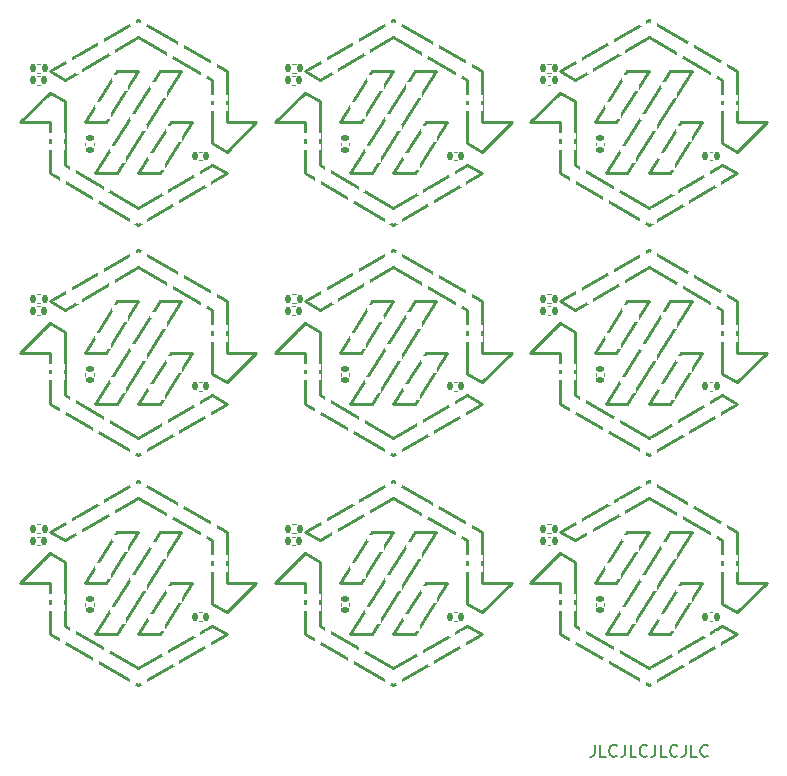
<source format=gbr>
%TF.GenerationSoftware,KiCad,Pcbnew,8.0.4*%
%TF.CreationDate,2024-10-17T14:22:23+11:00*%
%TF.ProjectId,panel,70616e65-6c2e-46b6-9963-61645f706362,rev?*%
%TF.SameCoordinates,Original*%
%TF.FileFunction,Legend,Top*%
%TF.FilePolarity,Positive*%
%FSLAX46Y46*%
G04 Gerber Fmt 4.6, Leading zero omitted, Abs format (unit mm)*
G04 Created by KiCad (PCBNEW 8.0.4) date 2024-10-17 14:22:23*
%MOMM*%
%LPD*%
G01*
G04 APERTURE LIST*
G04 Aperture macros list*
%AMRoundRect*
0 Rectangle with rounded corners*
0 $1 Rounding radius*
0 $2 $3 $4 $5 $6 $7 $8 $9 X,Y pos of 4 corners*
0 Add a 4 corners polygon primitive as box body*
4,1,4,$2,$3,$4,$5,$6,$7,$8,$9,$2,$3,0*
0 Add four circle primitives for the rounded corners*
1,1,$1+$1,$2,$3*
1,1,$1+$1,$4,$5*
1,1,$1+$1,$6,$7*
1,1,$1+$1,$8,$9*
0 Add four rect primitives between the rounded corners*
20,1,$1+$1,$2,$3,$4,$5,0*
20,1,$1+$1,$4,$5,$6,$7,0*
20,1,$1+$1,$6,$7,$8,$9,0*
20,1,$1+$1,$8,$9,$2,$3,0*%
G04 Aperture macros list end*
%ADD10C,0.250000*%
%ADD11C,0.150000*%
%ADD12C,0.120000*%
%ADD13R,0.500000X0.500000*%
%ADD14RoundRect,0.135000X0.135000X0.185000X-0.135000X0.185000X-0.135000X-0.185000X0.135000X-0.185000X0*%
%ADD15RoundRect,0.140000X0.170000X-0.140000X0.170000X0.140000X-0.170000X0.140000X-0.170000X-0.140000X0*%
%ADD16RoundRect,0.140000X-0.140000X-0.170000X0.140000X-0.170000X0.140000X0.170000X-0.140000X0.170000X0*%
%ADD17C,1.152000*%
%ADD18C,2.000000*%
G04 APERTURE END LIST*
D10*
X63727273Y-36250000D02*
X61000000Y-40580127D01*
X68500000Y-31919873D02*
X68500000Y-36250000D01*
X45650000Y-20358439D02*
X46900000Y-21080127D01*
X59181818Y-40580127D02*
X57363636Y-40580127D01*
X61000000Y-12419873D02*
X59181818Y-12419873D01*
X37581818Y-31919873D02*
X34854545Y-36250000D01*
X68500000Y-55750000D02*
X71000000Y-55750000D01*
X61000000Y-9533122D02*
X54750000Y-13141561D01*
X61000000Y-47089746D02*
X68500000Y-51419873D01*
X46900000Y-60080127D02*
X39400000Y-64410254D01*
X59181818Y-31919873D02*
X56454545Y-36250000D01*
X61000000Y-8089746D02*
X68500000Y-12419873D01*
X43036364Y-31919873D02*
X37581818Y-40580127D01*
X21436364Y-51419873D02*
X15981818Y-60080127D01*
X25300000Y-16750000D02*
X27800000Y-16750000D01*
X51000000Y-16750000D02*
X53500000Y-14250000D01*
X53500000Y-12419873D02*
X61000000Y-8089746D01*
X25300000Y-38750000D02*
X24050000Y-38028312D01*
X25300000Y-12419873D02*
X25300000Y-16750000D01*
X25300000Y-55750000D02*
X27800000Y-55750000D01*
X45650000Y-57528312D02*
X45650000Y-52141561D01*
X7800000Y-36250000D02*
X10300000Y-33750000D01*
X17800000Y-51419873D02*
X15981818Y-51419873D01*
X42127273Y-36250000D02*
X39400000Y-40580127D01*
X31900000Y-31919873D02*
X39400000Y-27589746D01*
X17800000Y-43466878D02*
X24050000Y-39858439D01*
X56454545Y-36250000D02*
X58272727Y-36250000D01*
X61000000Y-31919873D02*
X59181818Y-31919873D01*
X64636364Y-12419873D02*
X59181818Y-21080127D01*
X68500000Y-51419873D02*
X68500000Y-55750000D01*
X61000000Y-43466878D02*
X67250000Y-39858439D01*
X7800000Y-16750000D02*
X10300000Y-14250000D01*
X33150000Y-20358439D02*
X39400000Y-23966878D01*
X19618182Y-21080127D02*
X22345455Y-16750000D01*
X68500000Y-12419873D02*
X68500000Y-16750000D01*
X39400000Y-40580127D02*
X41218182Y-40580127D01*
X20527273Y-16750000D02*
X17800000Y-21080127D01*
X17800000Y-12419873D02*
X15981818Y-12419873D01*
X49400000Y-16750000D02*
X46900000Y-19250000D01*
X29400000Y-36250000D02*
X31900000Y-33750000D01*
X62818182Y-31919873D02*
X64636364Y-31919873D01*
X10300000Y-16750000D02*
X7800000Y-16750000D01*
X57363636Y-21080127D02*
X62818182Y-12419873D01*
X24050000Y-39858439D02*
X25300000Y-40580127D01*
X54750000Y-20358439D02*
X61000000Y-23966878D01*
X39400000Y-43466878D02*
X45650000Y-39858439D01*
X17800000Y-48533122D02*
X11550000Y-52141561D01*
X41218182Y-51419873D02*
X43036364Y-51419873D01*
X22345455Y-16750000D02*
X20527273Y-16750000D01*
X53500000Y-33750000D02*
X54750000Y-34471688D01*
X24050000Y-20358439D02*
X25300000Y-21080127D01*
X39400000Y-62966878D02*
X45650000Y-59358439D01*
X11550000Y-13141561D02*
X10300000Y-12419873D01*
X31900000Y-21080127D02*
X31900000Y-16750000D01*
X36672727Y-16750000D02*
X39400000Y-12419873D01*
X31900000Y-12419873D02*
X39400000Y-8089746D01*
X35763636Y-21080127D02*
X41218182Y-12419873D01*
X39400000Y-25410254D02*
X31900000Y-21080127D01*
X61000000Y-29033122D02*
X54750000Y-32641561D01*
X59181818Y-21080127D02*
X57363636Y-21080127D01*
X63727273Y-16750000D02*
X61000000Y-21080127D01*
X34854545Y-55750000D02*
X36672727Y-55750000D01*
X11550000Y-39858439D02*
X17800000Y-43466878D01*
X54750000Y-53971688D02*
X54750000Y-59358439D01*
X43945455Y-36250000D02*
X42127273Y-36250000D01*
X46900000Y-12419873D02*
X46900000Y-16750000D01*
X41218182Y-31919873D02*
X43036364Y-31919873D01*
X54750000Y-52141561D02*
X53500000Y-51419873D01*
X67250000Y-20358439D02*
X68500000Y-21080127D01*
X25300000Y-19250000D02*
X24050000Y-18528312D01*
X68500000Y-21080127D02*
X61000000Y-25410254D01*
X37581818Y-21080127D02*
X35763636Y-21080127D01*
X31900000Y-51419873D02*
X39400000Y-47089746D01*
X33150000Y-34471688D02*
X33150000Y-39858439D01*
X10300000Y-40580127D02*
X10300000Y-36250000D01*
X24050000Y-38028312D02*
X24050000Y-32641561D01*
X68500000Y-60080127D02*
X61000000Y-64410254D01*
X20527273Y-55750000D02*
X17800000Y-60080127D01*
X15981818Y-21080127D02*
X14163636Y-21080127D01*
X29400000Y-16750000D02*
X31900000Y-14250000D01*
X71000000Y-16750000D02*
X68500000Y-19250000D01*
X37581818Y-12419873D02*
X34854545Y-16750000D01*
X53500000Y-31919873D02*
X61000000Y-27589746D01*
X61000000Y-51419873D02*
X59181818Y-51419873D01*
X46900000Y-16750000D02*
X49400000Y-16750000D01*
X39400000Y-23966878D02*
X45650000Y-20358439D01*
X17800000Y-31919873D02*
X15981818Y-31919873D01*
X67250000Y-13141561D02*
X61000000Y-9533122D01*
X33150000Y-32641561D02*
X31900000Y-31919873D01*
X33150000Y-14971688D02*
X33150000Y-20358439D01*
X39400000Y-51419873D02*
X37581818Y-51419873D01*
X17800000Y-62966878D02*
X24050000Y-59358439D01*
X61000000Y-64410254D02*
X53500000Y-60080127D01*
X10300000Y-14250000D02*
X11550000Y-14971688D01*
X67250000Y-52141561D02*
X61000000Y-48533122D01*
X19618182Y-51419873D02*
X21436364Y-51419873D01*
X39400000Y-44910254D02*
X31900000Y-40580127D01*
X10300000Y-55750000D02*
X7800000Y-55750000D01*
X37581818Y-60080127D02*
X35763636Y-60080127D01*
X53500000Y-36250000D02*
X51000000Y-36250000D01*
X27800000Y-36250000D02*
X25300000Y-38750000D01*
X39400000Y-47089746D02*
X46900000Y-51419873D01*
X31900000Y-40580127D02*
X31900000Y-36250000D01*
X68500000Y-19250000D02*
X67250000Y-18528312D01*
X14163636Y-60080127D02*
X19618182Y-51419873D01*
X17800000Y-64410254D02*
X10300000Y-60080127D01*
X24050000Y-52141561D02*
X17800000Y-48533122D01*
X42127273Y-16750000D02*
X39400000Y-21080127D01*
X67250000Y-38028312D02*
X67250000Y-32641561D01*
X11550000Y-14971688D02*
X11550000Y-20358439D01*
X31900000Y-53250000D02*
X33150000Y-53971688D01*
X68500000Y-40580127D02*
X61000000Y-44910254D01*
X21436364Y-12419873D02*
X15981818Y-21080127D01*
X34854545Y-16750000D02*
X36672727Y-16750000D01*
X31900000Y-14250000D02*
X33150000Y-14971688D01*
X10300000Y-21080127D02*
X10300000Y-16750000D01*
X39400000Y-29033122D02*
X33150000Y-32641561D01*
X59181818Y-51419873D02*
X56454545Y-55750000D01*
X33150000Y-13141561D02*
X31900000Y-12419873D01*
X31900000Y-33750000D02*
X33150000Y-34471688D01*
X54750000Y-59358439D02*
X61000000Y-62966878D01*
X68500000Y-38750000D02*
X67250000Y-38028312D01*
X15981818Y-51419873D02*
X13254545Y-55750000D01*
X71000000Y-55750000D02*
X68500000Y-58250000D01*
X37581818Y-51419873D02*
X34854545Y-55750000D01*
X15072727Y-16750000D02*
X17800000Y-12419873D01*
X17800000Y-40580127D02*
X19618182Y-40580127D01*
X61000000Y-25410254D02*
X53500000Y-21080127D01*
X67250000Y-18528312D02*
X67250000Y-13141561D01*
X19618182Y-12419873D02*
X21436364Y-12419873D01*
X65545455Y-16750000D02*
X63727273Y-16750000D01*
X13254545Y-16750000D02*
X15072727Y-16750000D01*
X57363636Y-40580127D02*
X62818182Y-31919873D01*
X15981818Y-40580127D02*
X14163636Y-40580127D01*
X64636364Y-51419873D02*
X59181818Y-60080127D01*
X62818182Y-12419873D02*
X64636364Y-12419873D01*
X45650000Y-13141561D02*
X39400000Y-9533122D01*
X54750000Y-39858439D02*
X61000000Y-43466878D01*
X35763636Y-40580127D02*
X41218182Y-31919873D01*
X39400000Y-8089746D02*
X46900000Y-12419873D01*
X10300000Y-33750000D02*
X11550000Y-34471688D01*
X61000000Y-21080127D02*
X62818182Y-21080127D01*
X17800000Y-60080127D02*
X19618182Y-60080127D01*
X7800000Y-55750000D02*
X10300000Y-53250000D01*
X62818182Y-60080127D02*
X65545455Y-55750000D01*
X10300000Y-36250000D02*
X7800000Y-36250000D01*
X33150000Y-53971688D02*
X33150000Y-59358439D01*
X17800000Y-23966878D02*
X24050000Y-20358439D01*
X24050000Y-13141561D02*
X17800000Y-9533122D01*
X15072727Y-55750000D02*
X17800000Y-51419873D01*
X19618182Y-60080127D02*
X22345455Y-55750000D01*
X63727273Y-55750000D02*
X61000000Y-60080127D01*
X17800000Y-21080127D02*
X19618182Y-21080127D01*
X49400000Y-55750000D02*
X46900000Y-58250000D01*
X54750000Y-34471688D02*
X54750000Y-39858439D01*
X10300000Y-53250000D02*
X11550000Y-53971688D01*
X41218182Y-21080127D02*
X43945455Y-16750000D01*
X11550000Y-53971688D02*
X11550000Y-59358439D01*
X39400000Y-64410254D02*
X31900000Y-60080127D01*
X61000000Y-23966878D02*
X67250000Y-20358439D01*
X39400000Y-21080127D02*
X41218182Y-21080127D01*
X34854545Y-36250000D02*
X36672727Y-36250000D01*
X25300000Y-31919873D02*
X25300000Y-36250000D01*
X39400000Y-48533122D02*
X33150000Y-52141561D01*
X53500000Y-21080127D02*
X53500000Y-16750000D01*
X58272727Y-16750000D02*
X61000000Y-12419873D01*
X36672727Y-36250000D02*
X39400000Y-31919873D01*
X25300000Y-21080127D02*
X17800000Y-25410254D01*
X11550000Y-32641561D02*
X10300000Y-31919873D01*
X61000000Y-62966878D02*
X67250000Y-59358439D01*
X10300000Y-31919873D02*
X17800000Y-27589746D01*
X53500000Y-14250000D02*
X54750000Y-14971688D01*
X31900000Y-55750000D02*
X29400000Y-55750000D01*
X11550000Y-52141561D02*
X10300000Y-51419873D01*
X67250000Y-57528312D02*
X67250000Y-52141561D01*
X27800000Y-16750000D02*
X25300000Y-19250000D01*
X25300000Y-51419873D02*
X25300000Y-55750000D01*
X45650000Y-39858439D02*
X46900000Y-40580127D01*
X43036364Y-51419873D02*
X37581818Y-60080127D01*
X53500000Y-51419873D02*
X61000000Y-47089746D01*
X51000000Y-36250000D02*
X53500000Y-33750000D01*
X53500000Y-55750000D02*
X51000000Y-55750000D01*
X13254545Y-36250000D02*
X15072727Y-36250000D01*
X24050000Y-57528312D02*
X24050000Y-52141561D01*
X53500000Y-40580127D02*
X53500000Y-36250000D01*
X17800000Y-9533122D02*
X11550000Y-13141561D01*
X53500000Y-16750000D02*
X51000000Y-16750000D01*
X61000000Y-60080127D02*
X62818182Y-60080127D01*
X43036364Y-12419873D02*
X37581818Y-21080127D01*
X58272727Y-36250000D02*
X61000000Y-31919873D01*
X54750000Y-13141561D02*
X53500000Y-12419873D01*
X31900000Y-36250000D02*
X29400000Y-36250000D01*
X65545455Y-36250000D02*
X63727273Y-36250000D01*
X62818182Y-21080127D02*
X65545455Y-16750000D01*
X45650000Y-52141561D02*
X39400000Y-48533122D01*
X71000000Y-36250000D02*
X68500000Y-38750000D01*
X17800000Y-29033122D02*
X11550000Y-32641561D01*
X24050000Y-59358439D02*
X25300000Y-60080127D01*
X46900000Y-31919873D02*
X46900000Y-36250000D01*
X53500000Y-60080127D02*
X53500000Y-55750000D01*
X39400000Y-60080127D02*
X41218182Y-60080127D01*
X46900000Y-21080127D02*
X39400000Y-25410254D01*
X11550000Y-20358439D02*
X17800000Y-23966878D01*
X61000000Y-48533122D02*
X54750000Y-52141561D01*
X68500000Y-58250000D02*
X67250000Y-57528312D01*
X51000000Y-55750000D02*
X53500000Y-53250000D01*
X46900000Y-36250000D02*
X49400000Y-36250000D01*
X24050000Y-18528312D02*
X24050000Y-13141561D01*
X57363636Y-60080127D02*
X62818182Y-51419873D01*
X67250000Y-39858439D02*
X68500000Y-40580127D01*
X61000000Y-27589746D02*
X68500000Y-31919873D01*
X15981818Y-60080127D02*
X14163636Y-60080127D01*
X22345455Y-36250000D02*
X20527273Y-36250000D01*
X11550000Y-59358439D02*
X17800000Y-62966878D01*
X15981818Y-12419873D02*
X13254545Y-16750000D01*
X14163636Y-40580127D02*
X19618182Y-31919873D01*
X29400000Y-55750000D02*
X31900000Y-53250000D01*
X46900000Y-55750000D02*
X49400000Y-55750000D01*
X67250000Y-32641561D02*
X61000000Y-29033122D01*
X13254545Y-55750000D02*
X15072727Y-55750000D01*
X41218182Y-12419873D02*
X43036364Y-12419873D01*
X17800000Y-27589746D02*
X25300000Y-31919873D01*
X56454545Y-55750000D02*
X58272727Y-55750000D01*
X61000000Y-40580127D02*
X62818182Y-40580127D01*
X65545455Y-55750000D02*
X63727273Y-55750000D01*
X31900000Y-60080127D02*
X31900000Y-55750000D01*
X11550000Y-34471688D02*
X11550000Y-39858439D01*
X45650000Y-38028312D02*
X45650000Y-32641561D01*
X54750000Y-14971688D02*
X54750000Y-20358439D01*
X39400000Y-12419873D02*
X37581818Y-12419873D01*
X33150000Y-59358439D02*
X39400000Y-62966878D01*
X17800000Y-44910254D02*
X10300000Y-40580127D01*
X10300000Y-51419873D02*
X17800000Y-47089746D01*
X33150000Y-39858439D02*
X39400000Y-43466878D01*
X42127273Y-55750000D02*
X39400000Y-60080127D01*
X25300000Y-36250000D02*
X27800000Y-36250000D01*
X46900000Y-58250000D02*
X45650000Y-57528312D01*
X39400000Y-27589746D02*
X46900000Y-31919873D01*
X62818182Y-40580127D02*
X65545455Y-36250000D01*
X46900000Y-38750000D02*
X45650000Y-38028312D01*
X35763636Y-60080127D02*
X41218182Y-51419873D01*
X22345455Y-55750000D02*
X20527273Y-55750000D01*
X37581818Y-40580127D02*
X35763636Y-40580127D01*
X20527273Y-36250000D02*
X17800000Y-40580127D01*
X45650000Y-18528312D02*
X45650000Y-13141561D01*
X15981818Y-31919873D02*
X13254545Y-36250000D01*
X45650000Y-59358439D02*
X46900000Y-60080127D01*
X19618182Y-31919873D02*
X21436364Y-31919873D01*
X25300000Y-40580127D02*
X17800000Y-44910254D01*
X56454545Y-16750000D02*
X58272727Y-16750000D01*
X19618182Y-40580127D02*
X22345455Y-36250000D01*
X10300000Y-60080127D02*
X10300000Y-55750000D01*
X59181818Y-12419873D02*
X56454545Y-16750000D01*
X64636364Y-31919873D02*
X59181818Y-40580127D01*
X68500000Y-36250000D02*
X71000000Y-36250000D01*
X31900000Y-16750000D02*
X29400000Y-16750000D01*
X46900000Y-40580127D02*
X39400000Y-44910254D01*
X43945455Y-16750000D02*
X42127273Y-16750000D01*
X58272727Y-55750000D02*
X61000000Y-51419873D01*
X46900000Y-51419873D02*
X46900000Y-55750000D01*
X68500000Y-16750000D02*
X71000000Y-16750000D01*
X27800000Y-55750000D02*
X25300000Y-58250000D01*
X14163636Y-21080127D02*
X19618182Y-12419873D01*
X15072727Y-36250000D02*
X17800000Y-31919873D01*
X49400000Y-36250000D02*
X46900000Y-38750000D01*
X61000000Y-44910254D02*
X53500000Y-40580127D01*
X43945455Y-55750000D02*
X42127273Y-55750000D01*
X41218182Y-40580127D02*
X43945455Y-36250000D01*
X33150000Y-52141561D02*
X31900000Y-51419873D01*
X67250000Y-59358439D02*
X68500000Y-60080127D01*
X17800000Y-8089746D02*
X25300000Y-12419873D01*
X62818182Y-51419873D02*
X64636364Y-51419873D01*
X25300000Y-58250000D02*
X24050000Y-57528312D01*
X41218182Y-60080127D02*
X43945455Y-55750000D01*
X10300000Y-12419873D02*
X17800000Y-8089746D01*
X53500000Y-53250000D02*
X54750000Y-53971688D01*
X54750000Y-32641561D02*
X53500000Y-31919873D01*
X36672727Y-55750000D02*
X39400000Y-51419873D01*
X17800000Y-47089746D02*
X25300000Y-51419873D01*
X39400000Y-9533122D02*
X33150000Y-13141561D01*
X24050000Y-32641561D02*
X17800000Y-29033122D01*
X45650000Y-32641561D02*
X39400000Y-29033122D01*
X46900000Y-19250000D02*
X45650000Y-18528312D01*
X59181818Y-60080127D02*
X57363636Y-60080127D01*
X25300000Y-60080127D02*
X17800000Y-64410254D01*
X17800000Y-25410254D02*
X10300000Y-21080127D01*
X39400000Y-31919873D02*
X37581818Y-31919873D01*
X21436364Y-31919873D02*
X15981818Y-40580127D01*
D11*
X56439409Y-69454819D02*
X56439409Y-70169104D01*
X56439409Y-70169104D02*
X56391790Y-70311961D01*
X56391790Y-70311961D02*
X56296552Y-70407200D01*
X56296552Y-70407200D02*
X56153695Y-70454819D01*
X56153695Y-70454819D02*
X56058457Y-70454819D01*
X57391790Y-70454819D02*
X56915600Y-70454819D01*
X56915600Y-70454819D02*
X56915600Y-69454819D01*
X58296552Y-70359580D02*
X58248933Y-70407200D01*
X58248933Y-70407200D02*
X58106076Y-70454819D01*
X58106076Y-70454819D02*
X58010838Y-70454819D01*
X58010838Y-70454819D02*
X57867981Y-70407200D01*
X57867981Y-70407200D02*
X57772743Y-70311961D01*
X57772743Y-70311961D02*
X57725124Y-70216723D01*
X57725124Y-70216723D02*
X57677505Y-70026247D01*
X57677505Y-70026247D02*
X57677505Y-69883390D01*
X57677505Y-69883390D02*
X57725124Y-69692914D01*
X57725124Y-69692914D02*
X57772743Y-69597676D01*
X57772743Y-69597676D02*
X57867981Y-69502438D01*
X57867981Y-69502438D02*
X58010838Y-69454819D01*
X58010838Y-69454819D02*
X58106076Y-69454819D01*
X58106076Y-69454819D02*
X58248933Y-69502438D01*
X58248933Y-69502438D02*
X58296552Y-69550057D01*
X59010838Y-69454819D02*
X59010838Y-70169104D01*
X59010838Y-70169104D02*
X58963219Y-70311961D01*
X58963219Y-70311961D02*
X58867981Y-70407200D01*
X58867981Y-70407200D02*
X58725124Y-70454819D01*
X58725124Y-70454819D02*
X58629886Y-70454819D01*
X59963219Y-70454819D02*
X59487029Y-70454819D01*
X59487029Y-70454819D02*
X59487029Y-69454819D01*
X60867981Y-70359580D02*
X60820362Y-70407200D01*
X60820362Y-70407200D02*
X60677505Y-70454819D01*
X60677505Y-70454819D02*
X60582267Y-70454819D01*
X60582267Y-70454819D02*
X60439410Y-70407200D01*
X60439410Y-70407200D02*
X60344172Y-70311961D01*
X60344172Y-70311961D02*
X60296553Y-70216723D01*
X60296553Y-70216723D02*
X60248934Y-70026247D01*
X60248934Y-70026247D02*
X60248934Y-69883390D01*
X60248934Y-69883390D02*
X60296553Y-69692914D01*
X60296553Y-69692914D02*
X60344172Y-69597676D01*
X60344172Y-69597676D02*
X60439410Y-69502438D01*
X60439410Y-69502438D02*
X60582267Y-69454819D01*
X60582267Y-69454819D02*
X60677505Y-69454819D01*
X60677505Y-69454819D02*
X60820362Y-69502438D01*
X60820362Y-69502438D02*
X60867981Y-69550057D01*
X61582267Y-69454819D02*
X61582267Y-70169104D01*
X61582267Y-70169104D02*
X61534648Y-70311961D01*
X61534648Y-70311961D02*
X61439410Y-70407200D01*
X61439410Y-70407200D02*
X61296553Y-70454819D01*
X61296553Y-70454819D02*
X61201315Y-70454819D01*
X62534648Y-70454819D02*
X62058458Y-70454819D01*
X62058458Y-70454819D02*
X62058458Y-69454819D01*
X63439410Y-70359580D02*
X63391791Y-70407200D01*
X63391791Y-70407200D02*
X63248934Y-70454819D01*
X63248934Y-70454819D02*
X63153696Y-70454819D01*
X63153696Y-70454819D02*
X63010839Y-70407200D01*
X63010839Y-70407200D02*
X62915601Y-70311961D01*
X62915601Y-70311961D02*
X62867982Y-70216723D01*
X62867982Y-70216723D02*
X62820363Y-70026247D01*
X62820363Y-70026247D02*
X62820363Y-69883390D01*
X62820363Y-69883390D02*
X62867982Y-69692914D01*
X62867982Y-69692914D02*
X62915601Y-69597676D01*
X62915601Y-69597676D02*
X63010839Y-69502438D01*
X63010839Y-69502438D02*
X63153696Y-69454819D01*
X63153696Y-69454819D02*
X63248934Y-69454819D01*
X63248934Y-69454819D02*
X63391791Y-69502438D01*
X63391791Y-69502438D02*
X63439410Y-69550057D01*
X64153696Y-69454819D02*
X64153696Y-70169104D01*
X64153696Y-70169104D02*
X64106077Y-70311961D01*
X64106077Y-70311961D02*
X64010839Y-70407200D01*
X64010839Y-70407200D02*
X63867982Y-70454819D01*
X63867982Y-70454819D02*
X63772744Y-70454819D01*
X65106077Y-70454819D02*
X64629887Y-70454819D01*
X64629887Y-70454819D02*
X64629887Y-69454819D01*
X66010839Y-70359580D02*
X65963220Y-70407200D01*
X65963220Y-70407200D02*
X65820363Y-70454819D01*
X65820363Y-70454819D02*
X65725125Y-70454819D01*
X65725125Y-70454819D02*
X65582268Y-70407200D01*
X65582268Y-70407200D02*
X65487030Y-70311961D01*
X65487030Y-70311961D02*
X65439411Y-70216723D01*
X65439411Y-70216723D02*
X65391792Y-70026247D01*
X65391792Y-70026247D02*
X65391792Y-69883390D01*
X65391792Y-69883390D02*
X65439411Y-69692914D01*
X65439411Y-69692914D02*
X65487030Y-69597676D01*
X65487030Y-69597676D02*
X65582268Y-69502438D01*
X65582268Y-69502438D02*
X65725125Y-69454819D01*
X65725125Y-69454819D02*
X65820363Y-69454819D01*
X65820363Y-69454819D02*
X65963220Y-69502438D01*
X65963220Y-69502438D02*
X66010839Y-69550057D01*
D12*
%TO.C,R1*%
X31113641Y-50798000D02*
X30806359Y-50798000D01*
X31113641Y-51558000D02*
X30806359Y-51558000D01*
%TO.C,C3*%
X56518000Y-57693836D02*
X56518000Y-57478164D01*
X57238000Y-57693836D02*
X57238000Y-57478164D01*
%TO.C,C1*%
X9252164Y-32334000D02*
X9467836Y-32334000D01*
X9252164Y-33054000D02*
X9467836Y-33054000D01*
%TO.C,C2*%
X66168164Y-38742000D02*
X66383836Y-38742000D01*
X66168164Y-39462000D02*
X66383836Y-39462000D01*
X44568164Y-58242000D02*
X44783836Y-58242000D01*
X44568164Y-58962000D02*
X44783836Y-58962000D01*
%TO.C,C3*%
X13318000Y-57693836D02*
X13318000Y-57478164D01*
X14038000Y-57693836D02*
X14038000Y-57478164D01*
X56518000Y-18693836D02*
X56518000Y-18478164D01*
X57238000Y-18693836D02*
X57238000Y-18478164D01*
%TO.C,C1*%
X52452164Y-51834000D02*
X52667836Y-51834000D01*
X52452164Y-52554000D02*
X52667836Y-52554000D01*
%TO.C,C2*%
X66168164Y-58242000D02*
X66383836Y-58242000D01*
X66168164Y-58962000D02*
X66383836Y-58962000D01*
%TO.C,C3*%
X34918000Y-57693836D02*
X34918000Y-57478164D01*
X35638000Y-57693836D02*
X35638000Y-57478164D01*
%TO.C,R1*%
X52713641Y-50798000D02*
X52406359Y-50798000D01*
X52713641Y-51558000D02*
X52406359Y-51558000D01*
%TO.C,C3*%
X34918000Y-18693836D02*
X34918000Y-18478164D01*
X35638000Y-18693836D02*
X35638000Y-18478164D01*
%TO.C,R1*%
X52713641Y-11798000D02*
X52406359Y-11798000D01*
X52713641Y-12558000D02*
X52406359Y-12558000D01*
%TO.C,C1*%
X52452164Y-12834000D02*
X52667836Y-12834000D01*
X52452164Y-13554000D02*
X52667836Y-13554000D01*
%TO.C,R1*%
X31113641Y-11798000D02*
X30806359Y-11798000D01*
X31113641Y-12558000D02*
X30806359Y-12558000D01*
X52713641Y-31298000D02*
X52406359Y-31298000D01*
X52713641Y-32058000D02*
X52406359Y-32058000D01*
%TO.C,C2*%
X22968164Y-38742000D02*
X23183836Y-38742000D01*
X22968164Y-39462000D02*
X23183836Y-39462000D01*
X44568164Y-19242000D02*
X44783836Y-19242000D01*
X44568164Y-19962000D02*
X44783836Y-19962000D01*
%TO.C,C1*%
X30852164Y-32334000D02*
X31067836Y-32334000D01*
X30852164Y-33054000D02*
X31067836Y-33054000D01*
%TO.C,R1*%
X31113641Y-31298000D02*
X30806359Y-31298000D01*
X31113641Y-32058000D02*
X30806359Y-32058000D01*
%TO.C,C3*%
X13318000Y-18693836D02*
X13318000Y-18478164D01*
X14038000Y-18693836D02*
X14038000Y-18478164D01*
%TO.C,C1*%
X30852164Y-12834000D02*
X31067836Y-12834000D01*
X30852164Y-13554000D02*
X31067836Y-13554000D01*
X52452164Y-32334000D02*
X52667836Y-32334000D01*
X52452164Y-33054000D02*
X52667836Y-33054000D01*
X30852164Y-51834000D02*
X31067836Y-51834000D01*
X30852164Y-52554000D02*
X31067836Y-52554000D01*
%TO.C,C3*%
X13318000Y-38193836D02*
X13318000Y-37978164D01*
X14038000Y-38193836D02*
X14038000Y-37978164D01*
%TO.C,C1*%
X9252164Y-12834000D02*
X9467836Y-12834000D01*
X9252164Y-13554000D02*
X9467836Y-13554000D01*
%TO.C,C2*%
X22968164Y-58242000D02*
X23183836Y-58242000D01*
X22968164Y-58962000D02*
X23183836Y-58962000D01*
X22968164Y-19242000D02*
X23183836Y-19242000D01*
X22968164Y-19962000D02*
X23183836Y-19962000D01*
%TO.C,C3*%
X34918000Y-38193836D02*
X34918000Y-37978164D01*
X35638000Y-38193836D02*
X35638000Y-37978164D01*
%TO.C,R1*%
X9513641Y-31298000D02*
X9206359Y-31298000D01*
X9513641Y-32058000D02*
X9206359Y-32058000D01*
%TO.C,C2*%
X66168164Y-19242000D02*
X66383836Y-19242000D01*
X66168164Y-19962000D02*
X66383836Y-19962000D01*
%TO.C,R1*%
X9513641Y-11798000D02*
X9206359Y-11798000D01*
X9513641Y-12558000D02*
X9206359Y-12558000D01*
%TO.C,C3*%
X56518000Y-38193836D02*
X56518000Y-37978164D01*
X57238000Y-38193836D02*
X57238000Y-37978164D01*
%TO.C,C2*%
X44568164Y-38742000D02*
X44783836Y-38742000D01*
X44568164Y-39462000D02*
X44783836Y-39462000D01*
%TO.C,C1*%
X9252164Y-51834000D02*
X9467836Y-51834000D01*
X9252164Y-52554000D02*
X9467836Y-52554000D01*
%TO.C,R1*%
X9513641Y-50798000D02*
X9206359Y-50798000D01*
X9513641Y-51558000D02*
X9206359Y-51558000D01*
%TD*%
%LPC*%
D13*
%TO.C,D16*%
X59011072Y-52869873D03*
X59911072Y-52869873D03*
X59911072Y-51969873D03*
X59011072Y-51969873D03*
%TD*%
%TO.C,D5*%
X23318750Y-50807493D03*
X23318750Y-51707493D03*
X24218750Y-51707493D03*
X24218750Y-50807493D03*
%TD*%
%TO.C,D3*%
X38950000Y-27861434D03*
X38950000Y-28761434D03*
X39850000Y-28761434D03*
X39850000Y-27861434D03*
%TD*%
%TO.C,D5*%
X66518750Y-31307493D03*
X66518750Y-32207493D03*
X67418750Y-32207493D03*
X67418750Y-31307493D03*
%TD*%
%TO.C,D8*%
X23687500Y-41499224D03*
X23687500Y-40599224D03*
X22787500Y-40599224D03*
X22787500Y-41499224D03*
%TD*%
%TO.C,D2*%
X14631250Y-29431105D03*
X14631250Y-30331105D03*
X15531250Y-30331105D03*
X15531250Y-29431105D03*
%TD*%
%TO.C,D21*%
X63556527Y-57200000D03*
X64456527Y-57200000D03*
X64456527Y-56300000D03*
X63556527Y-56300000D03*
%TD*%
%TO.C,D3*%
X60550000Y-8361434D03*
X60550000Y-9261434D03*
X61450000Y-9261434D03*
X61450000Y-8361434D03*
%TD*%
%TO.C,D11*%
X36725000Y-23334347D03*
X36725000Y-22434347D03*
X35825000Y-22434347D03*
X35825000Y-23334347D03*
%TD*%
%TO.C,D11*%
X36725000Y-42834347D03*
X36725000Y-41934347D03*
X35825000Y-41934347D03*
X35825000Y-42834347D03*
%TD*%
%TO.C,D19*%
X58819464Y-38547595D03*
X58819464Y-39447595D03*
X59719464Y-39447595D03*
X59719464Y-38547595D03*
%TD*%
%TO.C,D4*%
X63675000Y-49165653D03*
X63675000Y-50065653D03*
X64575000Y-50065653D03*
X64575000Y-49165653D03*
%TD*%
D14*
%TO.C,R1*%
X31470000Y-51178000D03*
X30450000Y-51178000D03*
%TD*%
D13*
%TO.C,D8*%
X23687500Y-21999224D03*
X23687500Y-21099224D03*
X22787500Y-21099224D03*
X22787500Y-21999224D03*
%TD*%
%TO.C,D5*%
X23318750Y-31307493D03*
X23318750Y-32207493D03*
X24218750Y-32207493D03*
X24218750Y-31307493D03*
%TD*%
%TO.C,D17*%
X40680536Y-33052405D03*
X40680536Y-33952405D03*
X41580536Y-33952405D03*
X41580536Y-33052405D03*
%TD*%
%TO.C,D6*%
X45825000Y-14669726D03*
X45825000Y-15569726D03*
X46725000Y-15569726D03*
X46725000Y-14669726D03*
%TD*%
%TO.C,D15*%
X57543473Y-35700000D03*
X58443473Y-35700000D03*
X58443473Y-34800000D03*
X57543473Y-34800000D03*
%TD*%
%TO.C,D12*%
X33881250Y-21692507D03*
X33881250Y-20792507D03*
X32981250Y-20792507D03*
X32981250Y-21692507D03*
%TD*%
%TO.C,D1*%
X11912500Y-31000776D03*
X11912500Y-31900776D03*
X12812500Y-31900776D03*
X12812500Y-31000776D03*
%TD*%
%TO.C,D16*%
X37411072Y-52869873D03*
X38311072Y-52869873D03*
X38311072Y-51969873D03*
X37411072Y-51969873D03*
%TD*%
%TO.C,D16*%
X37411072Y-33369873D03*
X38311072Y-33369873D03*
X38311072Y-32469873D03*
X37411072Y-32469873D03*
%TD*%
%TO.C,D13*%
X54575000Y-18830274D03*
X54575000Y-17930274D03*
X53675000Y-17930274D03*
X53675000Y-18830274D03*
%TD*%
%TO.C,D1*%
X33512500Y-11500776D03*
X33512500Y-12400776D03*
X34412500Y-12400776D03*
X34412500Y-11500776D03*
%TD*%
%TO.C,D14*%
X10843750Y-16130422D03*
X10843750Y-15230422D03*
X9943750Y-15230422D03*
X9943750Y-16130422D03*
%TD*%
%TO.C,D12*%
X12281250Y-41192507D03*
X12281250Y-40292507D03*
X11381250Y-40292507D03*
X11381250Y-41192507D03*
%TD*%
%TO.C,D4*%
X63675000Y-29665653D03*
X63675000Y-30565653D03*
X64575000Y-30565653D03*
X64575000Y-29665653D03*
%TD*%
%TO.C,D21*%
X41956527Y-18200000D03*
X42856527Y-18200000D03*
X42856527Y-17300000D03*
X41956527Y-17300000D03*
%TD*%
D15*
%TO.C,C3*%
X56878000Y-58066000D03*
X56878000Y-57106000D03*
%TD*%
D13*
%TO.C,D13*%
X11375000Y-18830274D03*
X11375000Y-17930274D03*
X10475000Y-17930274D03*
X10475000Y-18830274D03*
%TD*%
D16*
%TO.C,C1*%
X8880000Y-32694000D03*
X9840000Y-32694000D03*
%TD*%
D13*
%TO.C,D15*%
X14343473Y-35700000D03*
X15243473Y-35700000D03*
X15243473Y-34800000D03*
X14343473Y-34800000D03*
%TD*%
D16*
%TO.C,C2*%
X65796000Y-39102000D03*
X66756000Y-39102000D03*
%TD*%
D13*
%TO.C,D8*%
X66887500Y-60999224D03*
X66887500Y-60099224D03*
X65987500Y-60099224D03*
X65987500Y-60999224D03*
%TD*%
%TO.C,D17*%
X40680536Y-13552405D03*
X40680536Y-14452405D03*
X41580536Y-14452405D03*
X41580536Y-13552405D03*
%TD*%
%TO.C,D10*%
X18250000Y-44638566D03*
X18250000Y-43738566D03*
X17350000Y-43738566D03*
X17350000Y-44638566D03*
%TD*%
%TO.C,D12*%
X55481250Y-21692507D03*
X55481250Y-20792507D03*
X54581250Y-20792507D03*
X54581250Y-21692507D03*
%TD*%
%TO.C,D12*%
X12281250Y-21692507D03*
X12281250Y-20792507D03*
X11381250Y-20792507D03*
X11381250Y-21692507D03*
%TD*%
%TO.C,D10*%
X61450000Y-64138566D03*
X61450000Y-63238566D03*
X60550000Y-63238566D03*
X60550000Y-64138566D03*
%TD*%
%TO.C,D4*%
X20475000Y-49165653D03*
X20475000Y-50065653D03*
X21375000Y-50065653D03*
X21375000Y-49165653D03*
%TD*%
%TO.C,D11*%
X58325000Y-42834347D03*
X58325000Y-41934347D03*
X57425000Y-41934347D03*
X57425000Y-42834347D03*
%TD*%
%TO.C,D7*%
X24756250Y-17369578D03*
X24756250Y-18269578D03*
X25656250Y-18269578D03*
X25656250Y-17369578D03*
%TD*%
%TO.C,D19*%
X37219464Y-19047595D03*
X37219464Y-19947595D03*
X38119464Y-19947595D03*
X38119464Y-19047595D03*
%TD*%
%TO.C,D1*%
X55112500Y-50500776D03*
X55112500Y-51400776D03*
X56012500Y-51400776D03*
X56012500Y-50500776D03*
%TD*%
D17*
%TO.C,KiKit_TO_1*%
X2500000Y-2500000D03*
%TD*%
D13*
%TO.C,D3*%
X38950000Y-47361434D03*
X38950000Y-48261434D03*
X39850000Y-48261434D03*
X39850000Y-47361434D03*
%TD*%
%TO.C,D7*%
X24756250Y-56369578D03*
X24756250Y-57269578D03*
X25656250Y-57269578D03*
X25656250Y-56369578D03*
%TD*%
%TO.C,D14*%
X54043750Y-35630422D03*
X54043750Y-34730422D03*
X53143750Y-34730422D03*
X53143750Y-35630422D03*
%TD*%
%TO.C,D6*%
X24225000Y-53669726D03*
X24225000Y-54569726D03*
X25125000Y-54569726D03*
X25125000Y-53669726D03*
%TD*%
%TO.C,D19*%
X37219464Y-58047595D03*
X37219464Y-58947595D03*
X38119464Y-58947595D03*
X38119464Y-58047595D03*
%TD*%
D18*
%TO.C,KiKit_FID_T_2*%
X69300000Y-2500000D03*
%TD*%
D13*
%TO.C,D20*%
X18888928Y-20530127D03*
X19788928Y-20530127D03*
X19788928Y-19630127D03*
X18888928Y-19630127D03*
%TD*%
%TO.C,D7*%
X67956250Y-17369578D03*
X67956250Y-18269578D03*
X68856250Y-18269578D03*
X68856250Y-17369578D03*
%TD*%
D17*
%TO.C,KiKit_TO_3*%
X2500000Y-70000000D03*
%TD*%
D16*
%TO.C,C2*%
X44196000Y-58602000D03*
X45156000Y-58602000D03*
%TD*%
D15*
%TO.C,C3*%
X13678000Y-58066000D03*
X13678000Y-57106000D03*
%TD*%
D13*
%TO.C,D10*%
X39850000Y-25138566D03*
X39850000Y-24238566D03*
X38950000Y-24238566D03*
X38950000Y-25138566D03*
%TD*%
%TO.C,D13*%
X32975000Y-38330274D03*
X32975000Y-37430274D03*
X32075000Y-37430274D03*
X32075000Y-38330274D03*
%TD*%
D15*
%TO.C,C3*%
X56878000Y-19066000D03*
X56878000Y-18106000D03*
%TD*%
D13*
%TO.C,D15*%
X35943473Y-35700000D03*
X36843473Y-35700000D03*
X36843473Y-34800000D03*
X35943473Y-34800000D03*
%TD*%
%TO.C,D1*%
X11912500Y-11500776D03*
X11912500Y-12400776D03*
X12812500Y-12400776D03*
X12812500Y-11500776D03*
%TD*%
%TO.C,D11*%
X58325000Y-23334347D03*
X58325000Y-22434347D03*
X57425000Y-22434347D03*
X57425000Y-23334347D03*
%TD*%
%TO.C,D10*%
X61450000Y-25138566D03*
X61450000Y-24238566D03*
X60550000Y-24238566D03*
X60550000Y-25138566D03*
%TD*%
%TO.C,D7*%
X67956250Y-36869578D03*
X67956250Y-37769578D03*
X68856250Y-37769578D03*
X68856250Y-36869578D03*
%TD*%
%TO.C,D9*%
X20968750Y-62568895D03*
X20968750Y-61668895D03*
X20068750Y-61668895D03*
X20068750Y-62568895D03*
%TD*%
%TO.C,D12*%
X33881250Y-41192507D03*
X33881250Y-40292507D03*
X32981250Y-40292507D03*
X32981250Y-41192507D03*
%TD*%
%TO.C,D17*%
X19080536Y-13552405D03*
X19080536Y-14452405D03*
X19980536Y-14452405D03*
X19980536Y-13552405D03*
%TD*%
%TO.C,D6*%
X67425000Y-14669726D03*
X67425000Y-15569726D03*
X68325000Y-15569726D03*
X68325000Y-14669726D03*
%TD*%
%TO.C,D20*%
X18888928Y-40030127D03*
X19788928Y-40030127D03*
X19788928Y-39130127D03*
X18888928Y-39130127D03*
%TD*%
%TO.C,D6*%
X24225000Y-34169726D03*
X24225000Y-35069726D03*
X25125000Y-35069726D03*
X25125000Y-34169726D03*
%TD*%
%TO.C,D8*%
X45287500Y-41499224D03*
X45287500Y-40599224D03*
X44387500Y-40599224D03*
X44387500Y-41499224D03*
%TD*%
%TO.C,D3*%
X17350000Y-8361434D03*
X17350000Y-9261434D03*
X18250000Y-9261434D03*
X18250000Y-8361434D03*
%TD*%
%TO.C,D9*%
X20968750Y-23568895D03*
X20968750Y-22668895D03*
X20068750Y-22668895D03*
X20068750Y-23568895D03*
%TD*%
%TO.C,D8*%
X66887500Y-21999224D03*
X66887500Y-21099224D03*
X65987500Y-21099224D03*
X65987500Y-21999224D03*
%TD*%
%TO.C,D15*%
X57543473Y-55200000D03*
X58443473Y-55200000D03*
X58443473Y-54300000D03*
X57543473Y-54300000D03*
%TD*%
%TO.C,D7*%
X46356250Y-56369578D03*
X46356250Y-57269578D03*
X47256250Y-57269578D03*
X47256250Y-56369578D03*
%TD*%
D16*
%TO.C,C1*%
X52080000Y-52194000D03*
X53040000Y-52194000D03*
%TD*%
%TO.C,C2*%
X65796000Y-58602000D03*
X66756000Y-58602000D03*
%TD*%
D15*
%TO.C,C3*%
X35278000Y-58066000D03*
X35278000Y-57106000D03*
%TD*%
D13*
%TO.C,D8*%
X45287500Y-60999224D03*
X45287500Y-60099224D03*
X44387500Y-60099224D03*
X44387500Y-60999224D03*
%TD*%
D14*
%TO.C,R1*%
X53070000Y-51178000D03*
X52050000Y-51178000D03*
%TD*%
D13*
%TO.C,D18*%
X38950000Y-55300000D03*
X38950000Y-56200000D03*
X39850000Y-56200000D03*
X39850000Y-55300000D03*
%TD*%
%TO.C,D17*%
X62280536Y-13552405D03*
X62280536Y-14452405D03*
X63180536Y-14452405D03*
X63180536Y-13552405D03*
%TD*%
%TO.C,D17*%
X19080536Y-33052405D03*
X19080536Y-33952405D03*
X19980536Y-33952405D03*
X19980536Y-33052405D03*
%TD*%
%TO.C,D15*%
X14343473Y-16200000D03*
X15243473Y-16200000D03*
X15243473Y-15300000D03*
X14343473Y-15300000D03*
%TD*%
%TO.C,D3*%
X60550000Y-27861434D03*
X60550000Y-28761434D03*
X61450000Y-28761434D03*
X61450000Y-27861434D03*
%TD*%
%TO.C,D1*%
X55112500Y-11500776D03*
X55112500Y-12400776D03*
X56012500Y-12400776D03*
X56012500Y-11500776D03*
%TD*%
%TO.C,D21*%
X41956527Y-37700000D03*
X42856527Y-37700000D03*
X42856527Y-36800000D03*
X41956527Y-36800000D03*
%TD*%
D15*
%TO.C,C3*%
X35278000Y-19066000D03*
X35278000Y-18106000D03*
%TD*%
D13*
%TO.C,D16*%
X37411072Y-13869873D03*
X38311072Y-13869873D03*
X38311072Y-12969873D03*
X37411072Y-12969873D03*
%TD*%
%TO.C,D21*%
X20356527Y-57200000D03*
X21256527Y-57200000D03*
X21256527Y-56300000D03*
X20356527Y-56300000D03*
%TD*%
%TO.C,D13*%
X54575000Y-38330274D03*
X54575000Y-37430274D03*
X53675000Y-37430274D03*
X53675000Y-38330274D03*
%TD*%
%TO.C,D4*%
X20475000Y-29665653D03*
X20475000Y-30565653D03*
X21375000Y-30565653D03*
X21375000Y-29665653D03*
%TD*%
D14*
%TO.C,R1*%
X53070000Y-12178000D03*
X52050000Y-12178000D03*
%TD*%
D13*
%TO.C,D20*%
X40488928Y-59530127D03*
X41388928Y-59530127D03*
X41388928Y-58630127D03*
X40488928Y-58630127D03*
%TD*%
D16*
%TO.C,C1*%
X52080000Y-13194000D03*
X53040000Y-13194000D03*
%TD*%
D13*
%TO.C,D5*%
X44918750Y-11807493D03*
X44918750Y-12707493D03*
X45818750Y-12707493D03*
X45818750Y-11807493D03*
%TD*%
D14*
%TO.C,R1*%
X31470000Y-12178000D03*
X30450000Y-12178000D03*
%TD*%
D13*
%TO.C,D6*%
X45825000Y-34169726D03*
X45825000Y-35069726D03*
X46725000Y-35069726D03*
X46725000Y-34169726D03*
%TD*%
%TO.C,D18*%
X38950000Y-35800000D03*
X38950000Y-36700000D03*
X39850000Y-36700000D03*
X39850000Y-35800000D03*
%TD*%
%TO.C,D18*%
X17350000Y-35800000D03*
X17350000Y-36700000D03*
X18250000Y-36700000D03*
X18250000Y-35800000D03*
%TD*%
%TO.C,D13*%
X11375000Y-38330274D03*
X11375000Y-37430274D03*
X10475000Y-37430274D03*
X10475000Y-38330274D03*
%TD*%
%TO.C,D13*%
X11375000Y-57830274D03*
X11375000Y-56930274D03*
X10475000Y-56930274D03*
X10475000Y-57830274D03*
%TD*%
%TO.C,D19*%
X15619464Y-38547595D03*
X15619464Y-39447595D03*
X16519464Y-39447595D03*
X16519464Y-38547595D03*
%TD*%
%TO.C,D2*%
X57831250Y-9931105D03*
X57831250Y-10831105D03*
X58731250Y-10831105D03*
X58731250Y-9931105D03*
%TD*%
%TO.C,D9*%
X64168750Y-23568895D03*
X64168750Y-22668895D03*
X63268750Y-22668895D03*
X63268750Y-23568895D03*
%TD*%
%TO.C,D4*%
X42075000Y-10165653D03*
X42075000Y-11065653D03*
X42975000Y-11065653D03*
X42975000Y-10165653D03*
%TD*%
%TO.C,D11*%
X58325000Y-62334347D03*
X58325000Y-61434347D03*
X57425000Y-61434347D03*
X57425000Y-62334347D03*
%TD*%
%TO.C,D20*%
X62088928Y-59530127D03*
X62988928Y-59530127D03*
X62988928Y-58630127D03*
X62088928Y-58630127D03*
%TD*%
%TO.C,D5*%
X66518750Y-50807493D03*
X66518750Y-51707493D03*
X67418750Y-51707493D03*
X67418750Y-50807493D03*
%TD*%
D14*
%TO.C,R1*%
X53070000Y-31678000D03*
X52050000Y-31678000D03*
%TD*%
D13*
%TO.C,D18*%
X17350000Y-55300000D03*
X17350000Y-56200000D03*
X18250000Y-56200000D03*
X18250000Y-55300000D03*
%TD*%
%TO.C,D14*%
X54043750Y-16130422D03*
X54043750Y-15230422D03*
X53143750Y-15230422D03*
X53143750Y-16130422D03*
%TD*%
%TO.C,D1*%
X11912500Y-50500776D03*
X11912500Y-51400776D03*
X12812500Y-51400776D03*
X12812500Y-50500776D03*
%TD*%
%TO.C,D10*%
X61450000Y-44638566D03*
X61450000Y-43738566D03*
X60550000Y-43738566D03*
X60550000Y-44638566D03*
%TD*%
%TO.C,D5*%
X44918750Y-31307493D03*
X44918750Y-32207493D03*
X45818750Y-32207493D03*
X45818750Y-31307493D03*
%TD*%
%TO.C,D3*%
X17350000Y-47361434D03*
X17350000Y-48261434D03*
X18250000Y-48261434D03*
X18250000Y-47361434D03*
%TD*%
%TO.C,D21*%
X20356527Y-37700000D03*
X21256527Y-37700000D03*
X21256527Y-36800000D03*
X20356527Y-36800000D03*
%TD*%
D16*
%TO.C,C2*%
X22596000Y-39102000D03*
X23556000Y-39102000D03*
%TD*%
D13*
%TO.C,D12*%
X33881250Y-60692507D03*
X33881250Y-59792507D03*
X32981250Y-59792507D03*
X32981250Y-60692507D03*
%TD*%
%TO.C,D21*%
X41956527Y-57200000D03*
X42856527Y-57200000D03*
X42856527Y-56300000D03*
X41956527Y-56300000D03*
%TD*%
%TO.C,D4*%
X42075000Y-49165653D03*
X42075000Y-50065653D03*
X42975000Y-50065653D03*
X42975000Y-49165653D03*
%TD*%
D18*
%TO.C,KiKit_FID_T_1*%
X9500000Y-2500000D03*
%TD*%
D13*
%TO.C,D2*%
X57831250Y-48931105D03*
X57831250Y-49831105D03*
X58731250Y-49831105D03*
X58731250Y-48931105D03*
%TD*%
%TO.C,D10*%
X39850000Y-44638566D03*
X39850000Y-43738566D03*
X38950000Y-43738566D03*
X38950000Y-44638566D03*
%TD*%
D16*
%TO.C,C2*%
X44196000Y-19602000D03*
X45156000Y-19602000D03*
%TD*%
D13*
%TO.C,D7*%
X24756250Y-36869578D03*
X24756250Y-37769578D03*
X25656250Y-37769578D03*
X25656250Y-36869578D03*
%TD*%
D16*
%TO.C,C1*%
X30480000Y-32694000D03*
X31440000Y-32694000D03*
%TD*%
D14*
%TO.C,R1*%
X31470000Y-31678000D03*
X30450000Y-31678000D03*
%TD*%
D13*
%TO.C,D6*%
X67425000Y-53669726D03*
X67425000Y-54569726D03*
X68325000Y-54569726D03*
X68325000Y-53669726D03*
%TD*%
D15*
%TO.C,C3*%
X13678000Y-19066000D03*
X13678000Y-18106000D03*
%TD*%
D13*
%TO.C,D21*%
X63556527Y-18200000D03*
X64456527Y-18200000D03*
X64456527Y-17300000D03*
X63556527Y-17300000D03*
%TD*%
%TO.C,D7*%
X46356250Y-36869578D03*
X46356250Y-37769578D03*
X47256250Y-37769578D03*
X47256250Y-36869578D03*
%TD*%
%TO.C,D12*%
X12281250Y-60692507D03*
X12281250Y-59792507D03*
X11381250Y-59792507D03*
X11381250Y-60692507D03*
%TD*%
%TO.C,D3*%
X17350000Y-27861434D03*
X17350000Y-28761434D03*
X18250000Y-28761434D03*
X18250000Y-27861434D03*
%TD*%
%TO.C,D18*%
X60550000Y-55300000D03*
X60550000Y-56200000D03*
X61450000Y-56200000D03*
X61450000Y-55300000D03*
%TD*%
%TO.C,D21*%
X20356527Y-18200000D03*
X21256527Y-18200000D03*
X21256527Y-17300000D03*
X20356527Y-17300000D03*
%TD*%
%TO.C,D4*%
X63675000Y-10165653D03*
X63675000Y-11065653D03*
X64575000Y-11065653D03*
X64575000Y-10165653D03*
%TD*%
%TO.C,D10*%
X18250000Y-25138566D03*
X18250000Y-24238566D03*
X17350000Y-24238566D03*
X17350000Y-25138566D03*
%TD*%
%TO.C,D8*%
X45287500Y-21999224D03*
X45287500Y-21099224D03*
X44387500Y-21099224D03*
X44387500Y-21999224D03*
%TD*%
%TO.C,D9*%
X64168750Y-62568895D03*
X64168750Y-61668895D03*
X63268750Y-61668895D03*
X63268750Y-62568895D03*
%TD*%
D16*
%TO.C,C1*%
X30480000Y-13194000D03*
X31440000Y-13194000D03*
%TD*%
D13*
%TO.C,D20*%
X18888928Y-59530127D03*
X19788928Y-59530127D03*
X19788928Y-58630127D03*
X18888928Y-58630127D03*
%TD*%
%TO.C,D18*%
X60550000Y-35800000D03*
X60550000Y-36700000D03*
X61450000Y-36700000D03*
X61450000Y-35800000D03*
%TD*%
%TO.C,D6*%
X24225000Y-14669726D03*
X24225000Y-15569726D03*
X25125000Y-15569726D03*
X25125000Y-14669726D03*
%TD*%
%TO.C,D11*%
X15125000Y-42834347D03*
X15125000Y-41934347D03*
X14225000Y-41934347D03*
X14225000Y-42834347D03*
%TD*%
%TO.C,D14*%
X32443750Y-16130422D03*
X32443750Y-15230422D03*
X31543750Y-15230422D03*
X31543750Y-16130422D03*
%TD*%
%TO.C,D1*%
X55112500Y-31000776D03*
X55112500Y-31900776D03*
X56012500Y-31900776D03*
X56012500Y-31000776D03*
%TD*%
%TO.C,D15*%
X35943473Y-55200000D03*
X36843473Y-55200000D03*
X36843473Y-54300000D03*
X35943473Y-54300000D03*
%TD*%
%TO.C,D1*%
X33512500Y-31000776D03*
X33512500Y-31900776D03*
X34412500Y-31900776D03*
X34412500Y-31000776D03*
%TD*%
%TO.C,D14*%
X10843750Y-35630422D03*
X10843750Y-34730422D03*
X9943750Y-34730422D03*
X9943750Y-35630422D03*
%TD*%
%TO.C,D6*%
X67425000Y-34169726D03*
X67425000Y-35069726D03*
X68325000Y-35069726D03*
X68325000Y-34169726D03*
%TD*%
%TO.C,D7*%
X46356250Y-17369578D03*
X46356250Y-18269578D03*
X47256250Y-18269578D03*
X47256250Y-17369578D03*
%TD*%
%TO.C,D2*%
X14631250Y-48931105D03*
X14631250Y-49831105D03*
X15531250Y-49831105D03*
X15531250Y-48931105D03*
%TD*%
%TO.C,D8*%
X23687500Y-60999224D03*
X23687500Y-60099224D03*
X22787500Y-60099224D03*
X22787500Y-60999224D03*
%TD*%
%TO.C,D17*%
X62280536Y-52552405D03*
X62280536Y-53452405D03*
X63180536Y-53452405D03*
X63180536Y-52552405D03*
%TD*%
D16*
%TO.C,C1*%
X52080000Y-32694000D03*
X53040000Y-32694000D03*
%TD*%
D13*
%TO.C,D19*%
X15619464Y-19047595D03*
X15619464Y-19947595D03*
X16519464Y-19947595D03*
X16519464Y-19047595D03*
%TD*%
%TO.C,D2*%
X36231250Y-29431105D03*
X36231250Y-30331105D03*
X37131250Y-30331105D03*
X37131250Y-29431105D03*
%TD*%
D16*
%TO.C,C1*%
X30480000Y-52194000D03*
X31440000Y-52194000D03*
%TD*%
D13*
%TO.C,D14*%
X10843750Y-55130422D03*
X10843750Y-54230422D03*
X9943750Y-54230422D03*
X9943750Y-55130422D03*
%TD*%
%TO.C,D10*%
X39850000Y-64138566D03*
X39850000Y-63238566D03*
X38950000Y-63238566D03*
X38950000Y-64138566D03*
%TD*%
%TO.C,D13*%
X32975000Y-57830274D03*
X32975000Y-56930274D03*
X32075000Y-56930274D03*
X32075000Y-57830274D03*
%TD*%
%TO.C,D11*%
X15125000Y-23334347D03*
X15125000Y-22434347D03*
X14225000Y-22434347D03*
X14225000Y-23334347D03*
%TD*%
%TO.C,D15*%
X57543473Y-16200000D03*
X58443473Y-16200000D03*
X58443473Y-15300000D03*
X57543473Y-15300000D03*
%TD*%
%TO.C,D16*%
X15811072Y-52869873D03*
X16711072Y-52869873D03*
X16711072Y-51969873D03*
X15811072Y-51969873D03*
%TD*%
%TO.C,D5*%
X23318750Y-11807493D03*
X23318750Y-12707493D03*
X24218750Y-12707493D03*
X24218750Y-11807493D03*
%TD*%
%TO.C,D18*%
X60550000Y-16300000D03*
X60550000Y-17200000D03*
X61450000Y-17200000D03*
X61450000Y-16300000D03*
%TD*%
D15*
%TO.C,C3*%
X13678000Y-38566000D03*
X13678000Y-37606000D03*
%TD*%
D13*
%TO.C,D3*%
X60550000Y-47361434D03*
X60550000Y-48261434D03*
X61450000Y-48261434D03*
X61450000Y-47361434D03*
%TD*%
%TO.C,D14*%
X32443750Y-55130422D03*
X32443750Y-54230422D03*
X31543750Y-54230422D03*
X31543750Y-55130422D03*
%TD*%
%TO.C,D5*%
X44918750Y-50807493D03*
X44918750Y-51707493D03*
X45818750Y-51707493D03*
X45818750Y-50807493D03*
%TD*%
%TO.C,D7*%
X67956250Y-56369578D03*
X67956250Y-57269578D03*
X68856250Y-57269578D03*
X68856250Y-56369578D03*
%TD*%
%TO.C,D19*%
X15619464Y-58047595D03*
X15619464Y-58947595D03*
X16519464Y-58947595D03*
X16519464Y-58047595D03*
%TD*%
%TO.C,D11*%
X36725000Y-62334347D03*
X36725000Y-61434347D03*
X35825000Y-61434347D03*
X35825000Y-62334347D03*
%TD*%
%TO.C,D9*%
X42568750Y-23568895D03*
X42568750Y-22668895D03*
X41668750Y-22668895D03*
X41668750Y-23568895D03*
%TD*%
D16*
%TO.C,C1*%
X8880000Y-13194000D03*
X9840000Y-13194000D03*
%TD*%
D18*
%TO.C,KiKit_FID_T_4*%
X69300000Y-70000000D03*
%TD*%
D13*
%TO.C,D18*%
X17350000Y-16300000D03*
X17350000Y-17200000D03*
X18250000Y-17200000D03*
X18250000Y-16300000D03*
%TD*%
D16*
%TO.C,C2*%
X22596000Y-58602000D03*
X23556000Y-58602000D03*
%TD*%
D13*
%TO.C,D20*%
X62088928Y-40030127D03*
X62988928Y-40030127D03*
X62988928Y-39130127D03*
X62088928Y-39130127D03*
%TD*%
%TO.C,D8*%
X66887500Y-41499224D03*
X66887500Y-40599224D03*
X65987500Y-40599224D03*
X65987500Y-41499224D03*
%TD*%
%TO.C,D16*%
X59011072Y-13869873D03*
X59911072Y-13869873D03*
X59911072Y-12969873D03*
X59011072Y-12969873D03*
%TD*%
%TO.C,D13*%
X32975000Y-18830274D03*
X32975000Y-17930274D03*
X32075000Y-17930274D03*
X32075000Y-18830274D03*
%TD*%
D16*
%TO.C,C2*%
X22596000Y-19602000D03*
X23556000Y-19602000D03*
%TD*%
D13*
%TO.C,D9*%
X42568750Y-43068895D03*
X42568750Y-42168895D03*
X41668750Y-42168895D03*
X41668750Y-43068895D03*
%TD*%
%TO.C,D19*%
X37219464Y-38547595D03*
X37219464Y-39447595D03*
X38119464Y-39447595D03*
X38119464Y-38547595D03*
%TD*%
%TO.C,D16*%
X15811072Y-33369873D03*
X16711072Y-33369873D03*
X16711072Y-32469873D03*
X15811072Y-32469873D03*
%TD*%
%TO.C,D21*%
X63556527Y-37700000D03*
X64456527Y-37700000D03*
X64456527Y-36800000D03*
X63556527Y-36800000D03*
%TD*%
%TO.C,D13*%
X54575000Y-57830274D03*
X54575000Y-56930274D03*
X53675000Y-56930274D03*
X53675000Y-57830274D03*
%TD*%
%TO.C,D11*%
X15125000Y-62334347D03*
X15125000Y-61434347D03*
X14225000Y-61434347D03*
X14225000Y-62334347D03*
%TD*%
%TO.C,D16*%
X15811072Y-13869873D03*
X16711072Y-13869873D03*
X16711072Y-12969873D03*
X15811072Y-12969873D03*
%TD*%
%TO.C,D9*%
X64168750Y-43068895D03*
X64168750Y-42168895D03*
X63268750Y-42168895D03*
X63268750Y-43068895D03*
%TD*%
D17*
%TO.C,KiKit_TO_2*%
X76300000Y-2500000D03*
%TD*%
D13*
%TO.C,D4*%
X20475000Y-10165653D03*
X20475000Y-11065653D03*
X21375000Y-11065653D03*
X21375000Y-10165653D03*
%TD*%
%TO.C,D19*%
X58819464Y-19047595D03*
X58819464Y-19947595D03*
X59719464Y-19947595D03*
X59719464Y-19047595D03*
%TD*%
D15*
%TO.C,C3*%
X35278000Y-38566000D03*
X35278000Y-37606000D03*
%TD*%
D13*
%TO.C,D20*%
X40488928Y-40030127D03*
X41388928Y-40030127D03*
X41388928Y-39130127D03*
X40488928Y-39130127D03*
%TD*%
%TO.C,D12*%
X55481250Y-41192507D03*
X55481250Y-40292507D03*
X54581250Y-40292507D03*
X54581250Y-41192507D03*
%TD*%
%TO.C,D2*%
X14631250Y-9931105D03*
X14631250Y-10831105D03*
X15531250Y-10831105D03*
X15531250Y-9931105D03*
%TD*%
%TO.C,D17*%
X19080536Y-52552405D03*
X19080536Y-53452405D03*
X19980536Y-53452405D03*
X19980536Y-52552405D03*
%TD*%
%TO.C,D2*%
X36231250Y-9931105D03*
X36231250Y-10831105D03*
X37131250Y-10831105D03*
X37131250Y-9931105D03*
%TD*%
%TO.C,D10*%
X18250000Y-64138566D03*
X18250000Y-63238566D03*
X17350000Y-63238566D03*
X17350000Y-64138566D03*
%TD*%
%TO.C,D3*%
X38950000Y-8361434D03*
X38950000Y-9261434D03*
X39850000Y-9261434D03*
X39850000Y-8361434D03*
%TD*%
%TO.C,D19*%
X58819464Y-58047595D03*
X58819464Y-58947595D03*
X59719464Y-58947595D03*
X59719464Y-58047595D03*
%TD*%
%TO.C,D2*%
X36231250Y-48931105D03*
X36231250Y-49831105D03*
X37131250Y-49831105D03*
X37131250Y-48931105D03*
%TD*%
%TO.C,D16*%
X59011072Y-33369873D03*
X59911072Y-33369873D03*
X59911072Y-32469873D03*
X59011072Y-32469873D03*
%TD*%
%TO.C,D18*%
X38950000Y-16300000D03*
X38950000Y-17200000D03*
X39850000Y-17200000D03*
X39850000Y-16300000D03*
%TD*%
D14*
%TO.C,R1*%
X9870000Y-31678000D03*
X8850000Y-31678000D03*
%TD*%
D13*
%TO.C,D15*%
X14343473Y-55200000D03*
X15243473Y-55200000D03*
X15243473Y-54300000D03*
X14343473Y-54300000D03*
%TD*%
%TO.C,D12*%
X55481250Y-60692507D03*
X55481250Y-59792507D03*
X54581250Y-59792507D03*
X54581250Y-60692507D03*
%TD*%
D16*
%TO.C,C2*%
X65796000Y-19602000D03*
X66756000Y-19602000D03*
%TD*%
D13*
%TO.C,D15*%
X35943473Y-16200000D03*
X36843473Y-16200000D03*
X36843473Y-15300000D03*
X35943473Y-15300000D03*
%TD*%
D14*
%TO.C,R1*%
X9870000Y-12178000D03*
X8850000Y-12178000D03*
%TD*%
D13*
%TO.C,D9*%
X42568750Y-62568895D03*
X42568750Y-61668895D03*
X41668750Y-61668895D03*
X41668750Y-62568895D03*
%TD*%
%TO.C,D14*%
X54043750Y-55130422D03*
X54043750Y-54230422D03*
X53143750Y-54230422D03*
X53143750Y-55130422D03*
%TD*%
%TO.C,D9*%
X20968750Y-43068895D03*
X20968750Y-42168895D03*
X20068750Y-42168895D03*
X20068750Y-43068895D03*
%TD*%
%TO.C,D17*%
X40680536Y-52552405D03*
X40680536Y-53452405D03*
X41580536Y-53452405D03*
X41580536Y-52552405D03*
%TD*%
%TO.C,D5*%
X66518750Y-11807493D03*
X66518750Y-12707493D03*
X67418750Y-12707493D03*
X67418750Y-11807493D03*
%TD*%
D15*
%TO.C,C3*%
X56878000Y-38566000D03*
X56878000Y-37606000D03*
%TD*%
D13*
%TO.C,D1*%
X33512500Y-50500776D03*
X33512500Y-51400776D03*
X34412500Y-51400776D03*
X34412500Y-50500776D03*
%TD*%
%TO.C,D4*%
X42075000Y-29665653D03*
X42075000Y-30565653D03*
X42975000Y-30565653D03*
X42975000Y-29665653D03*
%TD*%
D16*
%TO.C,C2*%
X44196000Y-39102000D03*
X45156000Y-39102000D03*
%TD*%
D13*
%TO.C,D6*%
X45825000Y-53669726D03*
X45825000Y-54569726D03*
X46725000Y-54569726D03*
X46725000Y-53669726D03*
%TD*%
D16*
%TO.C,C1*%
X8880000Y-52194000D03*
X9840000Y-52194000D03*
%TD*%
D13*
%TO.C,D20*%
X62088928Y-20530127D03*
X62988928Y-20530127D03*
X62988928Y-19630127D03*
X62088928Y-19630127D03*
%TD*%
%TO.C,D14*%
X32443750Y-35630422D03*
X32443750Y-34730422D03*
X31543750Y-34730422D03*
X31543750Y-35630422D03*
%TD*%
%TO.C,D17*%
X62280536Y-33052405D03*
X62280536Y-33952405D03*
X63180536Y-33952405D03*
X63180536Y-33052405D03*
%TD*%
D18*
%TO.C,KiKit_FID_T_3*%
X9500000Y-70000000D03*
%TD*%
D14*
%TO.C,R1*%
X9870000Y-51178000D03*
X8850000Y-51178000D03*
%TD*%
D17*
%TO.C,KiKit_TO_4*%
X76300000Y-70000000D03*
%TD*%
D13*
%TO.C,D2*%
X57831250Y-29431105D03*
X57831250Y-30331105D03*
X58731250Y-30331105D03*
X58731250Y-29431105D03*
%TD*%
%TO.C,D20*%
X40488928Y-20530127D03*
X41388928Y-20530127D03*
X41388928Y-19630127D03*
X40488928Y-19630127D03*
%TD*%
%LPD*%
M02*

</source>
